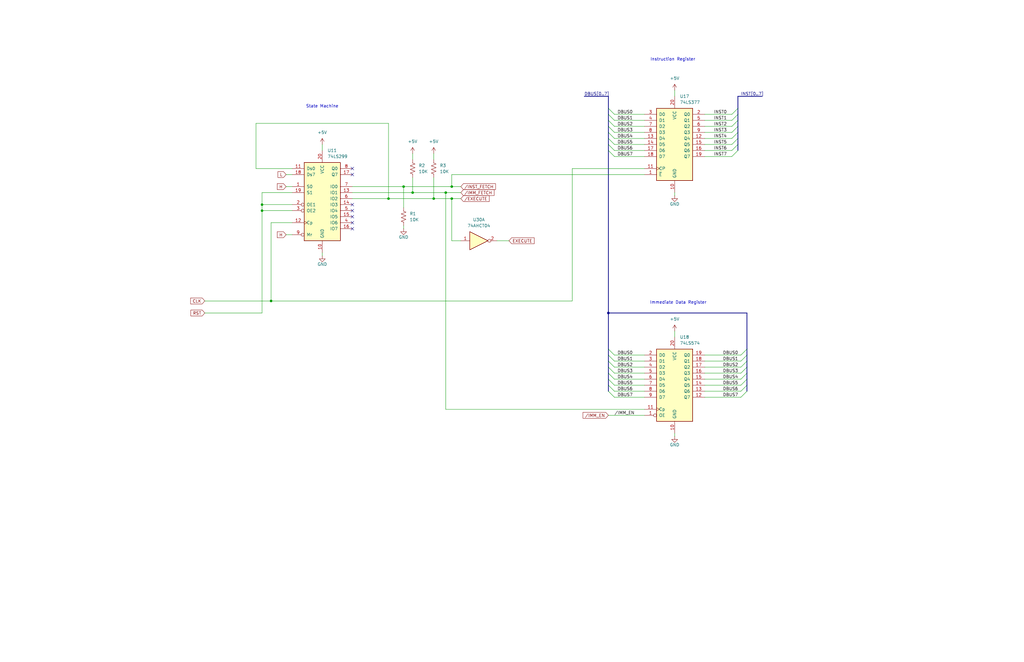
<source format=kicad_sch>
(kicad_sch (version 20231120) (generator "eeschema") (generator_version "8.0")
  (paper "B")
  (lib_symbols
    (symbol "74xx:74AHCT04"
      (property "Reference" "U" (at 0 1.27 0))
      (property "Value" "74AHCT04" (at 0 -1.27 0))
      (symbol "74AHCT04_1_0"
        (polyline (pts (xy -3.81 3.81) (xy -3.81 -3.81) (xy 3.81 0) (xy -3.81 3.81)) (stroke (width 0.254)) (fill (type background)))
        (pin input line (at -7.62 0 0) (length 3.81) (name "~") (number "1"))
        (pin output inverted (at 7.62 0 180) (length 3.81) (name "~") (number "2"))
      )
      (symbol "74AHCT04_2_0"
        (polyline (pts (xy -3.81 3.81) (xy -3.81 -3.81) (xy 3.81 0) (xy -3.81 3.81)) (stroke (width 0.254)) (fill (type background)))
        (pin input line (at -7.62 0 0) (length 3.81) (name "~") (number "3"))
        (pin output inverted (at 7.62 0 180) (length 3.81) (name "~") (number "4"))
      )
      (symbol "74AHCT04_3_0"
        (polyline (pts (xy -3.81 3.81) (xy -3.81 -3.81) (xy 3.81 0) (xy -3.81 3.81)) (stroke (width 0.254)) (fill (type background)))
        (pin input line (at -7.62 0 0) (length 3.81) (name "~") (number "5"))
        (pin output inverted (at 7.62 0 180) (length 3.81) (name "~") (number "6"))
      )
      (symbol "74AHCT04_4_0"
        (polyline (pts (xy -3.81 3.81) (xy -3.81 -3.81) (xy 3.81 0) (xy -3.81 3.81)) (stroke (width 0.254)) (fill (type background)))
        (pin output inverted (at 7.62 0 180) (length 3.81) (name "~") (number "8"))
        (pin input line (at -7.62 0 0) (length 3.81) (name "~") (number "9"))
      )
      (symbol "74AHCT04_5_0"
        (polyline (pts (xy -3.81 3.81) (xy -3.81 -3.81) (xy 3.81 0) (xy -3.81 3.81)) (stroke (width 0.254)) (fill (type background)))
        (pin output inverted (at 7.62 0 180) (length 3.81) (name "~") (number "10"))
        (pin input line (at -7.62 0 0) (length 3.81) (name "~") (number "11"))
      )
      (symbol "74AHCT04_6_0"
        (polyline (pts (xy -3.81 3.81) (xy -3.81 -3.81) (xy 3.81 0) (xy -3.81 3.81)) (stroke (width 0.254)) (fill (type background)))
        (pin output inverted (at 7.62 0 180) (length 3.81) (name "~") (number "12"))
        (pin input line (at -7.62 0 0) (length 3.81) (name "~") (number "13"))
      )
      (symbol "74AHCT04_7_0"
        (pin power_in line (at 0 12.7 270) (length 5.08) (name "VCC") (number "14"))
        (pin power_in line (at 0 -12.7 90) (length 5.08) (name "GND") (number "7"))
      )
      (symbol "74AHCT04_7_1"
        (rectangle (start -5.08 7.62) (end 5.08 -7.62) (stroke (width 0.254)) (fill (type background)))
      )
    )
    (symbol "74xx:74LS299" (pin_names (offset 1.016))
      (property "Reference" "U" (at -7.62 16.51 0))
      (property "Value" "74LS299" (at -7.62 -19.05 0))
      (symbol "74LS299_1_0"
        (pin input line (at -12.7 5.08 0) (length 5.08) (name "S0") (number "1"))
        (pin power_in line (at 0 -22.86 90) (length 5.08) (name "GND") (number "10"))
        (pin input line (at -12.7 12.7 0) (length 5.08) (name "Ds0") (number "11"))
        (pin input clock (at -12.7 -10.16 0) (length 5.08) (name "Cp") (number "12"))
        (pin tri_state line (at 12.7 2.54 180) (length 5.08) (name "IO1") (number "13"))
        (pin tri_state line (at 12.7 -2.54 180) (length 5.08) (name "IO3") (number "14"))
        (pin tri_state line (at 12.7 -7.62 180) (length 5.08) (name "IO5") (number "15"))
        (pin tri_state line (at 12.7 -12.7 180) (length 5.08) (name "IO7") (number "16"))
        (pin output line (at 12.7 10.16 180) (length 5.08) (name "Q7") (number "17"))
        (pin input line (at -12.7 10.16 0) (length 5.08) (name "Ds7") (number "18"))
        (pin input line (at -12.7 2.54 0) (length 5.08) (name "S1") (number "19"))
        (pin input inverted (at -12.7 -2.54 0) (length 5.08) (name "OE1") (number "2"))
        (pin power_in line (at 0 20.32 270) (length 5.08) (name "VCC") (number "20"))
        (pin input inverted (at -12.7 -5.08 0) (length 5.08) (name "OE2") (number "3"))
        (pin tri_state line (at 12.7 -10.16 180) (length 5.08) (name "IO6") (number "4"))
        (pin tri_state line (at 12.7 -5.08 180) (length 5.08) (name "IO4") (number "5"))
        (pin tri_state line (at 12.7 0 180) (length 5.08) (name "IO2") (number "6"))
        (pin tri_state line (at 12.7 5.08 180) (length 5.08) (name "IO0") (number "7"))
        (pin output line (at 12.7 12.7 180) (length 5.08) (name "Q0") (number "8"))
        (pin input inverted (at -12.7 -15.24 0) (length 5.08) (name "Mr") (number "9"))
      )
      (symbol "74LS299_1_1"
        (rectangle (start -7.62 15.24) (end 7.62 -17.78) (stroke (width 0.254)) (fill (type background)))
      )
    )
    (symbol "74xx:74LS377" (pin_names (offset 1.016))
      (property "Reference" "U" (at -7.62 16.51 0))
      (property "Value" "74LS377" (at -7.62 -16.51 0))
      (symbol "74LS377_1_0"
        (pin input line (at -12.7 -12.7 0) (length 5.08) (name "~{E}") (number "1"))
        (pin power_in line (at 0 -20.32 90) (length 5.08) (name "GND") (number "10"))
        (pin input clock (at -12.7 -10.16 0) (length 5.08) (name "CP") (number "11"))
        (pin output line (at 12.7 2.54 180) (length 5.08) (name "Q4") (number "12"))
        (pin input line (at -12.7 2.54 0) (length 5.08) (name "D4") (number "13"))
        (pin input line (at -12.7 0 0) (length 5.08) (name "D5") (number "14"))
        (pin output line (at 12.7 0 180) (length 5.08) (name "Q5") (number "15"))
        (pin output line (at 12.7 -2.54 180) (length 5.08) (name "Q6") (number "16"))
        (pin input line (at -12.7 -2.54 0) (length 5.08) (name "D6") (number "17"))
        (pin input line (at -12.7 -5.08 0) (length 5.08) (name "D7") (number "18"))
        (pin output line (at 12.7 -5.08 180) (length 5.08) (name "Q7") (number "19"))
        (pin output line (at 12.7 12.7 180) (length 5.08) (name "Q0") (number "2"))
        (pin power_in line (at 0 20.32 270) (length 5.08) (name "VCC") (number "20"))
        (pin input line (at -12.7 12.7 0) (length 5.08) (name "D0") (number "3"))
        (pin input line (at -12.7 10.16 0) (length 5.08) (name "D1") (number "4"))
        (pin output line (at 12.7 10.16 180) (length 5.08) (name "Q1") (number "5"))
        (pin output line (at 12.7 7.62 180) (length 5.08) (name "Q2") (number "6"))
        (pin input line (at -12.7 7.62 0) (length 5.08) (name "D2") (number "7"))
        (pin input line (at -12.7 5.08 0) (length 5.08) (name "D3") (number "8"))
        (pin output line (at 12.7 5.08 180) (length 5.08) (name "Q3") (number "9"))
      )
      (symbol "74LS377_1_1"
        (rectangle (start -7.62 15.24) (end 7.62 -15.24) (stroke (width 0.254)) (fill (type background)))
      )
    )
    (symbol "74xx:74LS574" (pin_names (offset 1.016))
      (property "Reference" "U" (at -7.62 16.51 0))
      (property "Value" "74LS574" (at -7.62 -16.51 0))
      (symbol "74LS574_1_0"
        (pin input inverted (at -12.7 -12.7 0) (length 5.08) (name "OE") (number "1"))
        (pin power_in line (at 0 -20.32 90) (length 5.08) (name "GND") (number "10"))
        (pin input clock (at -12.7 -10.16 0) (length 5.08) (name "Cp") (number "11"))
        (pin tri_state line (at 12.7 -5.08 180) (length 5.08) (name "Q7") (number "12"))
        (pin tri_state line (at 12.7 -2.54 180) (length 5.08) (name "Q6") (number "13"))
        (pin tri_state line (at 12.7 0 180) (length 5.08) (name "Q5") (number "14"))
        (pin tri_state line (at 12.7 2.54 180) (length 5.08) (name "Q4") (number "15"))
        (pin tri_state line (at 12.7 5.08 180) (length 5.08) (name "Q3") (number "16"))
        (pin tri_state line (at 12.7 7.62 180) (length 5.08) (name "Q2") (number "17"))
        (pin tri_state line (at 12.7 10.16 180) (length 5.08) (name "Q1") (number "18"))
        (pin tri_state line (at 12.7 12.7 180) (length 5.08) (name "Q0") (number "19"))
        (pin input line (at -12.7 12.7 0) (length 5.08) (name "D0") (number "2"))
        (pin power_in line (at 0 20.32 270) (length 5.08) (name "VCC") (number "20"))
        (pin input line (at -12.7 10.16 0) (length 5.08) (name "D1") (number "3"))
        (pin input line (at -12.7 7.62 0) (length 5.08) (name "D2") (number "4"))
        (pin input line (at -12.7 5.08 0) (length 5.08) (name "D3") (number "5"))
        (pin input line (at -12.7 2.54 0) (length 5.08) (name "D4") (number "6"))
        (pin input line (at -12.7 0 0) (length 5.08) (name "D5") (number "7"))
        (pin input line (at -12.7 -2.54 0) (length 5.08) (name "D6") (number "8"))
        (pin input line (at -12.7 -5.08 0) (length 5.08) (name "D7") (number "9"))
      )
      (symbol "74LS574_1_1"
        (rectangle (start -7.62 15.24) (end 7.62 -15.24) (stroke (width 0.254)) (fill (type background)))
      )
    )
    (symbol "Device:R_US" (pin_numbers hide) (pin_names (offset 0))
      (property "Reference" "R" (at 2.54 0 90))
      (property "Value" "R_US" (at -2.54 0 90))
      (symbol "R_US_0_1"
        (polyline (pts (xy 0 -2.286) (xy 0 -2.54)))
        (polyline (pts (xy 0 2.286) (xy 0 2.54)))
        (polyline (pts (xy 0 -0.762) (xy 1.016 -1.143) (xy 0 -1.524) (xy -1.016 -1.905) (xy 0 -2.286)))
        (polyline (pts (xy 0 0.762) (xy 1.016 0.381) (xy 0 0) (xy -1.016 -0.381) (xy 0 -0.762)))
        (polyline (pts (xy 0 2.286) (xy 1.016 1.905) (xy 0 1.524) (xy -1.016 1.143) (xy 0 0.762)))
      )
      (symbol "R_US_1_1"
        (pin passive line (at 0 3.81 270) (length 1.27) (name "~") (number "1"))
        (pin passive line (at 0 -3.81 90) (length 1.27) (name "~") (number "2"))
      )
    )
    (symbol "power:+5V" (power) (pin_numbers hide) (pin_names (offset 0) hide)
      (property "Value" "+5V" (at 0 3.556 0))
      (symbol "+5V_0_1"
        (polyline (pts (xy -0.762 1.27) (xy 0 2.54)))
        (polyline (pts (xy 0 0) (xy 0 2.54)))
        (polyline (pts (xy 0 2.54) (xy 0.762 1.27)))
      )
      (symbol "+5V_1_1"
        (pin power_in line (at 0 0 90) (length 0) (name "~") (number "1"))
      )
    )
    (symbol "power:GND" (power) (pin_numbers hide) (pin_names (offset 0) hide)
      (property "Value" "GND" (at 0 -3.81 0))
      (symbol "GND_0_1"
        (polyline (pts (xy 0 0) (xy 0 -1.27) (xy 1.27 -1.27) (xy 0 -2.54) (xy -1.27 -1.27) (xy 0 -1.27)))
      )
      (symbol "GND_1_1"
        (pin power_in line (at 0 0 270) (length 0) (name "~") (number "1"))
      )
    )
  )
  (junction (at 163.83 83.82))
  (junction (at 190.5 83.82))
  (junction (at 190.5 78.74))
  (junction (at 110.49 86.36))
  (junction (at 256.54 132.08))
  (junction (at 182.88 83.82))
  (junction (at 110.49 88.9))
  (junction (at 173.99 81.28))
  (junction (at 170.18 78.74))
  (junction (at 114.3 127))
  (junction (at 187.96 81.28))
  (no_connect (at 148.59 96.52))
  (no_connect (at 148.59 71.12))
  (no_connect (at 148.59 91.44))
  (no_connect (at 148.59 86.36))
  (no_connect (at 148.59 93.98))
  (no_connect (at 148.59 73.66))
  (no_connect (at 148.59 88.9))
  (bus_entry (at 256.54 157.48) (size 2.54 2.54))
  (bus_entry (at 308.61 60.96) (size 2.54 -2.54))
  (bus_entry (at 256.54 154.94) (size 2.54 2.54))
  (bus_entry (at 256.54 147.32) (size 2.54 2.54))
  (bus_entry (at 308.61 48.26) (size 2.54 -2.54))
  (bus_entry (at 308.61 53.34) (size 2.54 -2.54))
  (bus_entry (at 256.54 55.88) (size 2.54 2.54))
  (bus_entry (at 256.54 149.86) (size 2.54 2.54))
  (bus_entry (at 308.61 66.04) (size 2.54 -2.54))
  (bus_entry (at 256.54 162.56) (size 2.54 2.54))
  (bus_entry (at 312.42 160.02) (size 2.54 -2.54))
  (bus_entry (at 312.42 167.64) (size 2.54 -2.54))
  (bus_entry (at 256.54 63.5) (size 2.54 2.54))
  (bus_entry (at 312.42 152.4) (size 2.54 -2.54))
  (bus_entry (at 256.54 45.72) (size 2.54 2.54))
  (bus_entry (at 308.61 63.5) (size 2.54 -2.54))
  (bus_entry (at 256.54 165.1) (size 2.54 2.54))
  (bus_entry (at 308.61 58.42) (size 2.54 -2.54))
  (bus_entry (at 308.61 50.8) (size 2.54 -2.54))
  (bus_entry (at 312.42 157.48) (size 2.54 -2.54))
  (bus_entry (at 256.54 160.02) (size 2.54 2.54))
  (bus_entry (at 256.54 60.96) (size 2.54 2.54))
  (bus_entry (at 312.42 165.1) (size 2.54 -2.54))
  (bus_entry (at 256.54 50.8) (size 2.54 2.54))
  (bus_entry (at 312.42 162.56) (size 2.54 -2.54))
  (bus_entry (at 256.54 48.26) (size 2.54 2.54))
  (bus_entry (at 256.54 58.42) (size 2.54 2.54))
  (bus_entry (at 312.42 149.86) (size 2.54 -2.54))
  (bus_entry (at 256.54 152.4) (size 2.54 2.54))
  (bus_entry (at 308.61 55.88) (size 2.54 -2.54))
  (bus_entry (at 312.42 154.94) (size 2.54 -2.54))
  (bus_entry (at 256.54 53.34) (size 2.54 2.54))
  (bus (pts (xy 314.96 165.1) (xy 314.96 162.56)))
  (wire (pts (xy 259.08 66.04) (xy 271.78 66.04)))
  (wire (pts (xy 163.83 52.07) (xy 107.95 52.07)))
  (bus (pts (xy 256.54 48.26) (xy 256.54 45.72)))
  (wire (pts (xy 284.48 38.1) (xy 284.48 40.64)))
  (bus (pts (xy 256.54 53.34) (xy 256.54 50.8)))
  (wire (pts (xy 259.08 167.64) (xy 271.78 167.64)))
  (bus (pts (xy 311.15 48.26) (xy 311.15 45.72)))
  (wire (pts (xy 107.95 71.12) (xy 123.19 71.12)))
  (bus (pts (xy 256.54 152.4) (xy 256.54 149.86)))
  (wire (pts (xy 297.18 58.42) (xy 308.61 58.42)))
  (bus (pts (xy 314.96 149.86) (xy 314.96 147.32)))
  (wire (pts (xy 259.08 63.5) (xy 271.78 63.5)))
  (wire (pts (xy 297.18 154.94) (xy 312.42 154.94)))
  (wire (pts (xy 182.88 74.93) (xy 182.88 83.82)))
  (bus (pts (xy 256.54 55.88) (xy 256.54 53.34)))
  (wire (pts (xy 259.08 50.8) (xy 271.78 50.8)))
  (wire (pts (xy 190.5 78.74) (xy 194.31 78.74)))
  (wire (pts (xy 297.18 60.96) (xy 308.61 60.96)))
  (wire (pts (xy 173.99 81.28) (xy 187.96 81.28)))
  (wire (pts (xy 259.08 60.96) (xy 271.78 60.96)))
  (bus (pts (xy 256.54 50.8) (xy 256.54 48.26)))
  (wire (pts (xy 110.49 86.36) (xy 123.19 86.36)))
  (wire (pts (xy 209.55 101.6) (xy 214.63 101.6)))
  (wire (pts (xy 259.08 58.42) (xy 271.78 58.42)))
  (wire (pts (xy 163.83 83.82) (xy 163.83 52.07)))
  (wire (pts (xy 114.3 93.98) (xy 123.19 93.98)))
  (bus (pts (xy 314.96 157.48) (xy 314.96 154.94)))
  (bus (pts (xy 256.54 63.5) (xy 256.54 60.96)))
  (wire (pts (xy 120.65 99.06) (xy 123.19 99.06)))
  (wire (pts (xy 284.48 182.88) (xy 284.48 184.15)))
  (bus (pts (xy 314.96 132.08) (xy 256.54 132.08)))
  (wire (pts (xy 170.18 78.74) (xy 190.5 78.74)))
  (bus (pts (xy 256.54 132.08) (xy 256.54 147.32)))
  (wire (pts (xy 297.18 160.02) (xy 312.42 160.02)))
  (bus (pts (xy 311.15 50.8) (xy 311.15 48.26)))
  (bus (pts (xy 311.15 55.88) (xy 311.15 53.34)))
  (wire (pts (xy 259.08 157.48) (xy 271.78 157.48)))
  (wire (pts (xy 297.18 162.56) (xy 312.42 162.56)))
  (wire (pts (xy 284.48 139.7) (xy 284.48 142.24)))
  (wire (pts (xy 187.96 172.72) (xy 271.78 172.72)))
  (wire (pts (xy 182.88 83.82) (xy 190.5 83.82)))
  (wire (pts (xy 187.96 81.28) (xy 187.96 172.72)))
  (wire (pts (xy 107.95 52.07) (xy 107.95 71.12)))
  (wire (pts (xy 173.99 64.77) (xy 173.99 67.31)))
  (bus (pts (xy 311.15 60.96) (xy 311.15 58.42)))
  (wire (pts (xy 148.59 81.28) (xy 173.99 81.28)))
  (bus (pts (xy 256.54 60.96) (xy 256.54 58.42)))
  (wire (pts (xy 110.49 86.36) (xy 110.49 81.28)))
  (wire (pts (xy 256.54 175.26) (xy 271.78 175.26)))
  (wire (pts (xy 297.18 55.88) (xy 308.61 55.88)))
  (wire (pts (xy 259.08 152.4) (xy 271.78 152.4)))
  (wire (pts (xy 241.3 71.12) (xy 271.78 71.12)))
  (wire (pts (xy 110.49 88.9) (xy 110.49 86.36)))
  (bus (pts (xy 314.96 162.56) (xy 314.96 160.02)))
  (wire (pts (xy 173.99 74.93) (xy 173.99 81.28)))
  (wire (pts (xy 284.48 81.28) (xy 284.48 82.55)))
  (wire (pts (xy 297.18 63.5) (xy 308.61 63.5)))
  (bus (pts (xy 314.96 160.02) (xy 314.96 157.48)))
  (bus (pts (xy 246.38 40.64) (xy 256.54 40.64)))
  (wire (pts (xy 297.18 152.4) (xy 312.42 152.4)))
  (wire (pts (xy 297.18 167.64) (xy 312.42 167.64)))
  (wire (pts (xy 190.5 73.66) (xy 190.5 78.74)))
  (bus (pts (xy 311.15 45.72) (xy 311.15 40.64)))
  (wire (pts (xy 297.18 50.8) (xy 308.61 50.8)))
  (bus (pts (xy 256.54 165.1) (xy 256.54 162.56)))
  (bus (pts (xy 256.54 157.48) (xy 256.54 154.94)))
  (wire (pts (xy 114.3 127) (xy 241.3 127)))
  (wire (pts (xy 190.5 101.6) (xy 194.31 101.6)))
  (wire (pts (xy 241.3 127) (xy 241.3 71.12)))
  (wire (pts (xy 259.08 55.88) (xy 271.78 55.88)))
  (wire (pts (xy 120.65 73.66) (xy 123.19 73.66)))
  (wire (pts (xy 170.18 95.25) (xy 170.18 96.52)))
  (wire (pts (xy 297.18 149.86) (xy 312.42 149.86)))
  (wire (pts (xy 190.5 83.82) (xy 190.5 101.6)))
  (wire (pts (xy 297.18 53.34) (xy 308.61 53.34)))
  (wire (pts (xy 163.83 83.82) (xy 182.88 83.82)))
  (wire (pts (xy 259.08 160.02) (xy 271.78 160.02)))
  (wire (pts (xy 297.18 165.1) (xy 312.42 165.1)))
  (wire (pts (xy 182.88 64.77) (xy 182.88 67.31)))
  (wire (pts (xy 259.08 154.94) (xy 271.78 154.94)))
  (bus (pts (xy 256.54 63.5) (xy 256.54 132.08)))
  (wire (pts (xy 86.36 127) (xy 114.3 127)))
  (bus (pts (xy 311.15 40.64) (xy 321.31 40.64)))
  (wire (pts (xy 297.18 157.48) (xy 312.42 157.48)))
  (wire (pts (xy 135.89 60.96) (xy 135.89 63.5)))
  (wire (pts (xy 110.49 132.08) (xy 110.49 88.9)))
  (bus (pts (xy 256.54 160.02) (xy 256.54 157.48)))
  (wire (pts (xy 190.5 83.82) (xy 194.31 83.82)))
  (wire (pts (xy 259.08 165.1) (xy 271.78 165.1)))
  (wire (pts (xy 148.59 78.74) (xy 170.18 78.74)))
  (wire (pts (xy 259.08 149.86) (xy 271.78 149.86)))
  (wire (pts (xy 259.08 48.26) (xy 271.78 48.26)))
  (wire (pts (xy 110.49 88.9) (xy 123.19 88.9)))
  (wire (pts (xy 110.49 81.28) (xy 123.19 81.28)))
  (wire (pts (xy 297.18 66.04) (xy 308.61 66.04)))
  (bus (pts (xy 311.15 53.34) (xy 311.15 50.8)))
  (wire (pts (xy 170.18 78.74) (xy 170.18 87.63)))
  (wire (pts (xy 297.18 48.26) (xy 308.61 48.26)))
  (bus (pts (xy 256.54 162.56) (xy 256.54 160.02)))
  (wire (pts (xy 190.5 73.66) (xy 271.78 73.66)))
  (wire (pts (xy 120.65 78.74) (xy 123.19 78.74)))
  (bus (pts (xy 256.54 149.86) (xy 256.54 147.32)))
  (bus (pts (xy 256.54 154.94) (xy 256.54 152.4)))
  (bus (pts (xy 256.54 45.72) (xy 256.54 40.64)))
  (wire (pts (xy 114.3 127) (xy 114.3 93.98)))
  (wire (pts (xy 259.08 53.34) (xy 271.78 53.34)))
  (bus (pts (xy 311.15 63.5) (xy 311.15 60.96)))
  (bus (pts (xy 314.96 147.32) (xy 314.96 132.08)))
  (bus (pts (xy 311.15 58.42) (xy 311.15 55.88)))
  (bus (pts (xy 256.54 58.42) (xy 256.54 55.88)))
  (bus (pts (xy 314.96 154.94) (xy 314.96 152.4)))
  (wire (pts (xy 259.08 162.56) (xy 271.78 162.56)))
  (bus (pts (xy 314.96 152.4) (xy 314.96 149.86)))
  (wire (pts (xy 148.59 83.82) (xy 163.83 83.82)))
  (wire (pts (xy 187.96 81.28) (xy 194.31 81.28)))
  (wire (pts (xy 86.36 132.08) (xy 110.49 132.08)))
  (wire (pts (xy 135.89 106.68) (xy 135.89 107.95)))
  (text "State Machine" (at 135.89 44.958 0) (effects (font (size 1.27 1.27))))
  (text "Instruction Register\n" (at 283.718 25.146 0) (effects (font (size 1.27 1.27))))
  (text "Immediate Data Register\n" (at 286.004 127.762 0) (effects (font (size 1.27 1.27))))
  (label "DBUS3" (at 260.35 55.88 0))
  (label "DBUS3" (at 304.8 157.48 0))
  (label "DBUS0" (at 260.35 48.26 0))
  (label "DBUS2" (at 260.35 154.94 0))
  (label "DBUS7" (at 260.35 167.64 0))
  (label "INST2" (at 300.99 53.34 0))
  (label "DBUS6" (at 260.35 165.1 0))
  (label "INST4" (at 300.99 58.42 0))
  (label "INST1" (at 300.99 50.8 0))
  (label "DBUS2" (at 304.8 154.94 0))
  (label "DBUS7" (at 304.8 167.64 0))
  (label "DBUS4" (at 260.35 160.02 0))
  (label "INST0" (at 300.99 48.26 0))
  (label "INST6" (at 300.99 63.5 0))
  (label "DBUS1" (at 260.35 152.4 0))
  (label "DBUS5" (at 304.8 162.56 0))
  (label "DBUS6" (at 260.35 63.5 0))
  (label "{slash}IMM_EN" (at 259.08 175.26 0))
  (label "INST7" (at 300.99 66.04 0))
  (label "DBUS[0..7]" (at 246.38 40.64 0))
  (label "DBUS4" (at 304.8 160.02 0))
  (label "DBUS0" (at 260.35 149.86 0))
  (label "DBUS3" (at 260.35 157.48 0))
  (label "INST5" (at 300.99 60.96 0))
  (label "DBUS0" (at 304.8 149.86 0))
  (label "DBUS5" (at 260.35 162.56 0))
  (label "INST3" (at 300.99 55.88 0))
  (label "DBUS7" (at 260.35 66.04 0))
  (label "DBUS1" (at 304.8 152.4 0))
  (label "DBUS6" (at 304.8 165.1 0))
  (label "DBUS1" (at 260.35 50.8 0))
  (label "INST[0..7]" (at 312.42 40.64 0))
  (label "DBUS5" (at 260.35 60.96 0))
  (label "DBUS2" (at 260.35 53.34 0))
  (label "DBUS4" (at 260.35 58.42 0))
  (global_label "EXECUTE" (shape input) (at 214.63 101.6 0) (property "Intersheetrefs" "${INTERSHEET_REFS}" (effects (hide yes))))
  (global_label "RST" (shape input) (at 86.36 132.08 180) (property "Intersheetrefs" "${INTERSHEET_REFS}" (effects (hide yes))))
  (global_label "L" (shape input) (at 120.65 73.66 180) (property "Intersheetrefs" "${INTERSHEET_REFS}" (effects (hide yes))))
  (global_label "CLK" (shape input) (at 86.36 127 180) (property "Intersheetrefs" "${INTERSHEET_REFS}" (effects (hide yes))))
  (global_label "{slash}EXECUTE" (shape input) (at 194.31 83.82 0) (property "Intersheetrefs" "${INTERSHEET_REFS}" (effects (hide yes))))
  (global_label "H" (shape input) (at 120.65 99.06 180) (property "Intersheetrefs" "${INTERSHEET_REFS}" (effects (hide yes))))
  (global_label "{slash}IMM_FETCH" (shape input) (at 194.31 81.28 0) (property "Intersheetrefs" "${INTERSHEET_REFS}" (effects (hide yes))))
  (global_label "H" (shape input) (at 120.65 78.74 180) (property "Intersheetrefs" "${INTERSHEET_REFS}" (effects (hide yes))))
  (global_label "{slash}IMM_EN" (shape input) (at 256.54 175.26 180) (property "Intersheetrefs" "${INTERSHEET_REFS}" (effects (hide yes))))
  (global_label "{slash}INST_FETCH" (shape input) (at 194.31 78.74 0) (property "Intersheetrefs" "${INTERSHEET_REFS}" (effects (hide yes))))
  (symbol (lib_id "power:GND") (at 284.48 82.55 0) (unit 1)
    (property "Reference" "#PWR032" (effects (hide yes)))
    (property "Value" "GND" (at 284.48 86.106 0))
    (property "Description" "Power symbol creates a global label with name \"GND\" , ground" (effects (hide yes)))
  )
  (symbol (lib_id "power:+5V") (at 284.48 38.1 0) (unit 1)
    (property "Reference" "#PWR034" (effects (hide yes)))
    (property "Value" "+5V" (at 284.48 33.02 0))
    (property "Description" "Power symbol creates a global label with name \"+5V\"" (effects (hide yes)))
  )
  (symbol (lib_id "power:+5V") (at 173.99 64.77 0) (unit 1)
    (property "Reference" "#PWR024" (effects (hide yes)))
    (property "Value" "+5V" (at 173.99 59.69 0))
    (property "Description" "Power symbol creates a global label with name \"+5V\"" (effects (hide yes)))
  )
  (symbol (lib_id "power:GND") (at 170.18 96.52 0) (unit 1)
    (property "Reference" "#PWR023" (effects (hide yes)))
    (property "Value" "GND" (at 170.18 100.076 0))
    (property "Description" "Power symbol creates a global label with name \"GND\" , ground" (effects (hide yes)))
  )
  (symbol (lib_id "Device:R_US") (at 182.88 71.12 0) (unit 1)
    (property "Reference" "R3" (at 185.42 69.8499 0) (effects (justify left)))
    (property "Value" "10K" (at 185.42 72.3899 0) (effects (justify left)))
    (property "Description" "Resistor, US symbol" (effects (hide yes)))
  )
  (symbol (lib_id "power:+5V") (at 135.89 60.96 0) (unit 1)
    (property "Reference" "#PWR022" (effects (hide yes)))
    (property "Value" "+5V" (at 135.89 55.88 0))
    (property "Description" "Power symbol creates a global label with name \"+5V\"" (effects (hide yes)))
  )
  (symbol (lib_id "Device:R_US") (at 170.18 91.44 0) (unit 1)
    (property "Reference" "R1" (at 172.72 90.1699 0) (effects (justify left)))
    (property "Value" "10K" (at 172.72 92.7099 0) (effects (justify left)))
    (property "Description" "Resistor, US symbol" (effects (hide yes)))
  )
  (symbol (lib_id "power:GND") (at 135.89 107.95 0) (unit 1)
    (property "Reference" "#PWR021" (effects (hide yes)))
    (property "Value" "GND" (at 135.89 111.506 0))
    (property "Description" "Power symbol creates a global label with name \"GND\" , ground" (effects (hide yes)))
  )
  (symbol (lib_id "Device:R_US") (at 173.99 71.12 0) (unit 1)
    (property "Reference" "R2" (at 176.53 69.8499 0) (effects (justify left)))
    (property "Value" "10K" (at 176.53 72.3899 0) (effects (justify left)))
    (property "Description" "Resistor, US symbol" (effects (hide yes)))
  )
  (symbol (lib_id "74xx:74LS299") (at 135.89 83.82 0) (unit 1)
    (property "Reference" "U11" (at 138.0841 63.5 0) (effects (justify left)))
    (property "Value" "74LS299" (at 138.0841 66.04 0) (effects (justify left)))
    (property "Datasheet" "http://www.ti.com/lit/gpn/sn74LS299" (effects (hide yes)))
    (property "Description" "8-bit Universal shift/storage Register" (effects (hide yes)))
  )
  (symbol (lib_id "power:+5V") (at 182.88 64.77 0) (unit 1)
    (property "Reference" "#PWR025" (effects (hide yes)))
    (property "Value" "+5V" (at 182.88 59.69 0))
    (property "Description" "Power symbol creates a global label with name \"+5V\"" (effects (hide yes)))
  )
  (symbol (lib_id "74xx:74LS574") (at 284.48 162.56 0) (unit 1)
    (property "Reference" "U18" (at 286.6741 142.24 0) (effects (justify left)))
    (property "Value" "74LS574" (at 286.6741 144.78 0) (effects (justify left)))
    (property "Datasheet" "http://www.ti.com/lit/gpn/sn74LS574" (effects (hide yes)))
    (property "Description" "8-bit Register, 3-state outputs" (effects (hide yes)))
  )
  (symbol (lib_id "power:GND") (at 284.48 184.15 0) (unit 1)
    (property "Reference" "#PWR033" (effects (hide yes)))
    (property "Value" "GND" (at 284.48 187.706 0))
    (property "Description" "Power symbol creates a global label with name \"GND\" , ground" (effects (hide yes)))
  )
  (symbol (lib_id "74xx:74LS377") (at 284.48 60.96 0) (unit 1)
    (property "Reference" "U17" (at 286.6741 40.64 0) (effects (justify left)))
    (property "Value" "74LS377" (at 286.6741 43.18 0) (effects (justify left)))
    (property "Datasheet" "http://www.ti.com/lit/gpn/sn74LS377" (effects (hide yes)))
    (property "Description" "8-bit Register" (effects (hide yes)))
  )
  (symbol (lib_id "74xx:74AHCT04") (at 201.93 101.6 0) (unit 1)
    (property "Reference" "U30" (at 201.93 92.71 0))
    (property "Value" "74AHCT04" (at 201.93 95.25 0))
    (property "Datasheet" "https://assets.nexperia.com/documents/data-sheet/74AHC_AHCT04.pdf" (effects (hide yes)))
    (property "Description" "Hex Inverter" (effects (hide yes)))
  )
  (symbol (lib_id "power:+5V") (at 284.48 139.7 0) (unit 1)
    (property "Reference" "#PWR035" (effects (hide yes)))
    (property "Value" "+5V" (at 284.48 134.62 0))
    (property "Description" "Power symbol creates a global label with name \"+5V\"" (effects (hide yes)))
  )
)
</source>
